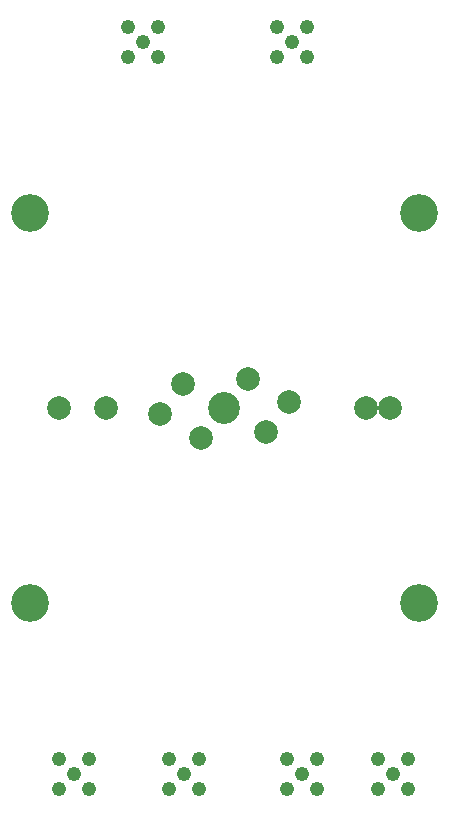
<source format=gbr>
%TF.GenerationSoftware,KiCad,Pcbnew,7.0.5-4d25ed1034~172~ubuntu22.04.1*%
%TF.CreationDate,2023-07-12T12:46:34+02:00*%
%TF.ProjectId,Chubut_2,43687562-7574-45f3-922e-6b696361645f,rev?*%
%TF.SameCoordinates,Original*%
%TF.FileFunction,Soldermask,Top*%
%TF.FilePolarity,Negative*%
%FSLAX46Y46*%
G04 Gerber Fmt 4.6, Leading zero omitted, Abs format (unit mm)*
G04 Created by KiCad (PCBNEW 7.0.5-4d25ed1034~172~ubuntu22.04.1) date 2023-07-12 12:46:34*
%MOMM*%
%LPD*%
G01*
G04 APERTURE LIST*
%ADD10C,3.200000*%
%ADD11C,2.000000*%
%ADD12C,2.700000*%
%ADD13C,1.240000*%
G04 APERTURE END LIST*
D10*
%TO.C,H3*%
X16500000Y-16500000D03*
%TD*%
D11*
%TO.C,J10*%
X-14000000Y0D03*
%TD*%
%TO.C,J4*%
X2000000Y2500000D03*
%TD*%
%TO.C,J2*%
X-2000000Y-2500000D03*
%TD*%
%TO.C,J15*%
X5500000Y500000D03*
%TD*%
%TO.C,J13*%
X12000000Y0D03*
%TD*%
D10*
%TO.C,H2*%
X-16500000Y-16500000D03*
%TD*%
D11*
%TO.C,J16*%
X14000000Y0D03*
%TD*%
%TO.C,J3*%
X3500000Y-2000000D03*
%TD*%
%TO.C,J14*%
X-5500000Y-500000D03*
%TD*%
D10*
%TO.C,H4*%
X16500000Y16500000D03*
%TD*%
D11*
%TO.C,J12*%
X-10000000Y0D03*
%TD*%
D12*
%TO.C,H5*%
X0Y0D03*
%TD*%
D11*
%TO.C,J5*%
X-3500000Y2000000D03*
%TD*%
D10*
%TO.C,H1*%
X-16500000Y16500000D03*
%TD*%
D13*
%TO.C,J6*%
X-3400000Y-31000000D03*
X-2130000Y-32270000D03*
X-2130000Y-29730000D03*
X-4670000Y-32270000D03*
X-4670000Y-29730000D03*
%TD*%
%TO.C,J1*%
X14300000Y-31000000D03*
X15570000Y-32270000D03*
X15570000Y-29730000D03*
X13030000Y-32270000D03*
X13030000Y-29730000D03*
%TD*%
%TO.C,J8*%
X5700000Y31000000D03*
X4430000Y32270000D03*
X4430000Y29730000D03*
X6970000Y32270000D03*
X6970000Y29730000D03*
%TD*%
%TO.C,J11*%
X-12700000Y-31000000D03*
X-11430000Y-32270000D03*
X-11430000Y-29730000D03*
X-13970000Y-32270000D03*
X-13970000Y-29730000D03*
%TD*%
%TO.C,J9*%
X-6900000Y31000000D03*
X-8170000Y32270000D03*
X-8170000Y29730000D03*
X-5630000Y32270000D03*
X-5630000Y29730000D03*
%TD*%
%TO.C,J7*%
X6600000Y-31000000D03*
X7870000Y-32270000D03*
X7870000Y-29730000D03*
X5330000Y-32270000D03*
X5330000Y-29730000D03*
%TD*%
M02*

</source>
